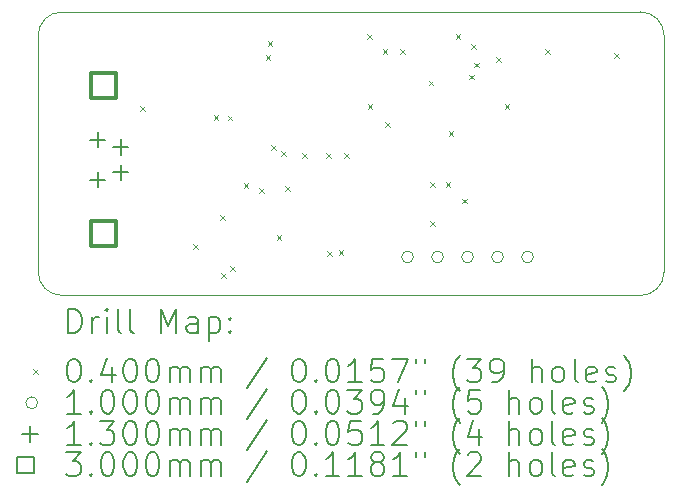
<source format=gbr>
%TF.GenerationSoftware,KiCad,Pcbnew,8.0.8*%
%TF.CreationDate,2025-02-03T14:11:04+01:00*%
%TF.ProjectId,ASS,4153532e-6b69-4636-9164-5f7063625858,rev?*%
%TF.SameCoordinates,PX5f5e100PY4c4b400*%
%TF.FileFunction,Drillmap*%
%TF.FilePolarity,Positive*%
%FSLAX45Y45*%
G04 Gerber Fmt 4.5, Leading zero omitted, Abs format (unit mm)*
G04 Created by KiCad (PCBNEW 8.0.8) date 2025-02-03 14:11:04*
%MOMM*%
%LPD*%
G01*
G04 APERTURE LIST*
%ADD10C,0.100000*%
%ADD11C,0.200000*%
%ADD12C,0.130000*%
%ADD13C,0.300000*%
G04 APERTURE END LIST*
D10*
X200000Y0D02*
G75*
G02*
X0Y200000I0J200000D01*
G01*
X5300000Y200000D02*
X5300000Y2200000D01*
X0Y2200000D02*
G75*
G02*
X200000Y2400000I200000J0D01*
G01*
X200000Y0D02*
X5100000Y0D01*
X0Y2200000D02*
X0Y200000D01*
X5300000Y200000D02*
G75*
G02*
X5100000Y0I-200000J0D01*
G01*
X5100000Y2400000D02*
G75*
G02*
X5300000Y2200000I0J-200000D01*
G01*
X5100000Y2400000D02*
X200000Y2400000D01*
D11*
D10*
X863000Y1605000D02*
X903000Y1565000D01*
X903000Y1605000D02*
X863000Y1565000D01*
X1310000Y435000D02*
X1350000Y395000D01*
X1350000Y435000D02*
X1310000Y395000D01*
X1485000Y1524000D02*
X1525000Y1484000D01*
X1525000Y1524000D02*
X1485000Y1484000D01*
X1540000Y682000D02*
X1580000Y642000D01*
X1580000Y682000D02*
X1540000Y642000D01*
X1547000Y188000D02*
X1587000Y148000D01*
X1587000Y188000D02*
X1547000Y148000D01*
X1605000Y1523000D02*
X1645000Y1483000D01*
X1645000Y1523000D02*
X1605000Y1483000D01*
X1624000Y245000D02*
X1664000Y205000D01*
X1664000Y245000D02*
X1624000Y205000D01*
X1740000Y950000D02*
X1780000Y910000D01*
X1780000Y950000D02*
X1740000Y910000D01*
X1868235Y907235D02*
X1908235Y867235D01*
X1908235Y907235D02*
X1868235Y867235D01*
X1927000Y2033000D02*
X1967000Y1993000D01*
X1967000Y2033000D02*
X1927000Y1993000D01*
X1943000Y2154000D02*
X1983000Y2114000D01*
X1983000Y2154000D02*
X1943000Y2114000D01*
X1970000Y1270000D02*
X2010000Y1230000D01*
X2010000Y1270000D02*
X1970000Y1230000D01*
X2020000Y510000D02*
X2060000Y470000D01*
X2060000Y510000D02*
X2020000Y470000D01*
X2060000Y1220000D02*
X2100000Y1180000D01*
X2100000Y1220000D02*
X2060000Y1180000D01*
X2090625Y924000D02*
X2130625Y884000D01*
X2130625Y924000D02*
X2090625Y884000D01*
X2235000Y1206000D02*
X2275000Y1166000D01*
X2275000Y1206000D02*
X2235000Y1166000D01*
X2436750Y1207000D02*
X2476750Y1167000D01*
X2476750Y1207000D02*
X2436750Y1167000D01*
X2444000Y373000D02*
X2484000Y333000D01*
X2484000Y373000D02*
X2444000Y333000D01*
X2544110Y383890D02*
X2584110Y343890D01*
X2584110Y383890D02*
X2544110Y343890D01*
X2589000Y1205000D02*
X2629000Y1165000D01*
X2629000Y1205000D02*
X2589000Y1165000D01*
X2784000Y2213000D02*
X2824000Y2173000D01*
X2824000Y2213000D02*
X2784000Y2173000D01*
X2790000Y1620000D02*
X2830000Y1580000D01*
X2830000Y1620000D02*
X2790000Y1580000D01*
X2917000Y2087000D02*
X2957000Y2047000D01*
X2957000Y2087000D02*
X2917000Y2047000D01*
X2940000Y1470000D02*
X2980000Y1430000D01*
X2980000Y1470000D02*
X2940000Y1430000D01*
X3067000Y2084000D02*
X3107000Y2044000D01*
X3107000Y2084000D02*
X3067000Y2044000D01*
X3305640Y1817640D02*
X3345640Y1777640D01*
X3345640Y1817640D02*
X3305640Y1777640D01*
X3319250Y629470D02*
X3359250Y589470D01*
X3359250Y629470D02*
X3319250Y589470D01*
X3321000Y961000D02*
X3361000Y921000D01*
X3361000Y961000D02*
X3321000Y921000D01*
X3450000Y960000D02*
X3490000Y920000D01*
X3490000Y960000D02*
X3450000Y920000D01*
X3475826Y1389434D02*
X3515826Y1349434D01*
X3515826Y1389434D02*
X3475826Y1349434D01*
X3534000Y2214000D02*
X3574000Y2174000D01*
X3574000Y2214000D02*
X3534000Y2174000D01*
X3590000Y820000D02*
X3630000Y780000D01*
X3630000Y820000D02*
X3590000Y780000D01*
X3648750Y1868750D02*
X3688750Y1828750D01*
X3688750Y1868750D02*
X3648750Y1828750D01*
X3664750Y2126000D02*
X3704750Y2086000D01*
X3704750Y2126000D02*
X3664750Y2086000D01*
X3690000Y1970000D02*
X3730000Y1930000D01*
X3730000Y1970000D02*
X3690000Y1930000D01*
X3877000Y2019000D02*
X3917000Y1979000D01*
X3917000Y2019000D02*
X3877000Y1979000D01*
X3950000Y1620000D02*
X3990000Y1580000D01*
X3990000Y1620000D02*
X3950000Y1580000D01*
X4291000Y2084750D02*
X4331000Y2044750D01*
X4331000Y2084750D02*
X4291000Y2044750D01*
X4877000Y2052000D02*
X4917000Y2012000D01*
X4917000Y2052000D02*
X4877000Y2012000D01*
X3177750Y326000D02*
G75*
G02*
X3077750Y326000I-50000J0D01*
G01*
X3077750Y326000D02*
G75*
G02*
X3177750Y326000I50000J0D01*
G01*
X3431750Y326000D02*
G75*
G02*
X3331750Y326000I-50000J0D01*
G01*
X3331750Y326000D02*
G75*
G02*
X3431750Y326000I50000J0D01*
G01*
X3685750Y326000D02*
G75*
G02*
X3585750Y326000I-50000J0D01*
G01*
X3585750Y326000D02*
G75*
G02*
X3685750Y326000I50000J0D01*
G01*
X3939750Y326000D02*
G75*
G02*
X3839750Y326000I-50000J0D01*
G01*
X3839750Y326000D02*
G75*
G02*
X3939750Y326000I50000J0D01*
G01*
X4193750Y326000D02*
G75*
G02*
X4093750Y326000I-50000J0D01*
G01*
X4093750Y326000D02*
G75*
G02*
X4193750Y326000I50000J0D01*
G01*
D12*
X504000Y1384000D02*
X504000Y1254000D01*
X439000Y1319000D02*
X569000Y1319000D01*
X504000Y1044000D02*
X504000Y914000D01*
X439000Y979000D02*
X569000Y979000D01*
X699000Y1321500D02*
X699000Y1191500D01*
X634000Y1256500D02*
X764000Y1256500D01*
X699000Y1106500D02*
X699000Y976500D01*
X634000Y1041500D02*
X764000Y1041500D01*
D13*
X660067Y1667933D02*
X660067Y1880067D01*
X447933Y1880067D01*
X447933Y1667933D01*
X660067Y1667933D01*
X660067Y417933D02*
X660067Y630067D01*
X447933Y630067D01*
X447933Y417933D01*
X660067Y417933D01*
D11*
X255777Y-316484D02*
X255777Y-116484D01*
X255777Y-116484D02*
X303396Y-116484D01*
X303396Y-116484D02*
X331967Y-126008D01*
X331967Y-126008D02*
X351015Y-145055D01*
X351015Y-145055D02*
X360539Y-164103D01*
X360539Y-164103D02*
X370062Y-202198D01*
X370062Y-202198D02*
X370062Y-230769D01*
X370062Y-230769D02*
X360539Y-268865D01*
X360539Y-268865D02*
X351015Y-287912D01*
X351015Y-287912D02*
X331967Y-306960D01*
X331967Y-306960D02*
X303396Y-316484D01*
X303396Y-316484D02*
X255777Y-316484D01*
X455777Y-316484D02*
X455777Y-183150D01*
X455777Y-221246D02*
X465301Y-202198D01*
X465301Y-202198D02*
X474824Y-192674D01*
X474824Y-192674D02*
X493872Y-183150D01*
X493872Y-183150D02*
X512920Y-183150D01*
X579586Y-316484D02*
X579586Y-183150D01*
X579586Y-116484D02*
X570063Y-126008D01*
X570063Y-126008D02*
X579586Y-135531D01*
X579586Y-135531D02*
X589110Y-126008D01*
X589110Y-126008D02*
X579586Y-116484D01*
X579586Y-116484D02*
X579586Y-135531D01*
X703396Y-316484D02*
X684348Y-306960D01*
X684348Y-306960D02*
X674824Y-287912D01*
X674824Y-287912D02*
X674824Y-116484D01*
X808158Y-316484D02*
X789110Y-306960D01*
X789110Y-306960D02*
X779586Y-287912D01*
X779586Y-287912D02*
X779586Y-116484D01*
X1036729Y-316484D02*
X1036729Y-116484D01*
X1036729Y-116484D02*
X1103396Y-259341D01*
X1103396Y-259341D02*
X1170063Y-116484D01*
X1170063Y-116484D02*
X1170063Y-316484D01*
X1351015Y-316484D02*
X1351015Y-211722D01*
X1351015Y-211722D02*
X1341491Y-192674D01*
X1341491Y-192674D02*
X1322444Y-183150D01*
X1322444Y-183150D02*
X1284348Y-183150D01*
X1284348Y-183150D02*
X1265301Y-192674D01*
X1351015Y-306960D02*
X1331967Y-316484D01*
X1331967Y-316484D02*
X1284348Y-316484D01*
X1284348Y-316484D02*
X1265301Y-306960D01*
X1265301Y-306960D02*
X1255777Y-287912D01*
X1255777Y-287912D02*
X1255777Y-268865D01*
X1255777Y-268865D02*
X1265301Y-249817D01*
X1265301Y-249817D02*
X1284348Y-240293D01*
X1284348Y-240293D02*
X1331967Y-240293D01*
X1331967Y-240293D02*
X1351015Y-230769D01*
X1446253Y-183150D02*
X1446253Y-383150D01*
X1446253Y-192674D02*
X1465301Y-183150D01*
X1465301Y-183150D02*
X1503396Y-183150D01*
X1503396Y-183150D02*
X1522443Y-192674D01*
X1522443Y-192674D02*
X1531967Y-202198D01*
X1531967Y-202198D02*
X1541491Y-221246D01*
X1541491Y-221246D02*
X1541491Y-278389D01*
X1541491Y-278389D02*
X1531967Y-297436D01*
X1531967Y-297436D02*
X1522443Y-306960D01*
X1522443Y-306960D02*
X1503396Y-316484D01*
X1503396Y-316484D02*
X1465301Y-316484D01*
X1465301Y-316484D02*
X1446253Y-306960D01*
X1627205Y-297436D02*
X1636729Y-306960D01*
X1636729Y-306960D02*
X1627205Y-316484D01*
X1627205Y-316484D02*
X1617682Y-306960D01*
X1617682Y-306960D02*
X1627205Y-297436D01*
X1627205Y-297436D02*
X1627205Y-316484D01*
X1627205Y-192674D02*
X1636729Y-202198D01*
X1636729Y-202198D02*
X1627205Y-211722D01*
X1627205Y-211722D02*
X1617682Y-202198D01*
X1617682Y-202198D02*
X1627205Y-192674D01*
X1627205Y-192674D02*
X1627205Y-211722D01*
D10*
X-45000Y-625000D02*
X-5000Y-665000D01*
X-5000Y-625000D02*
X-45000Y-665000D01*
D11*
X293872Y-536484D02*
X312920Y-536484D01*
X312920Y-536484D02*
X331967Y-546008D01*
X331967Y-546008D02*
X341491Y-555531D01*
X341491Y-555531D02*
X351015Y-574579D01*
X351015Y-574579D02*
X360539Y-612674D01*
X360539Y-612674D02*
X360539Y-660293D01*
X360539Y-660293D02*
X351015Y-698389D01*
X351015Y-698389D02*
X341491Y-717436D01*
X341491Y-717436D02*
X331967Y-726960D01*
X331967Y-726960D02*
X312920Y-736484D01*
X312920Y-736484D02*
X293872Y-736484D01*
X293872Y-736484D02*
X274824Y-726960D01*
X274824Y-726960D02*
X265301Y-717436D01*
X265301Y-717436D02*
X255777Y-698389D01*
X255777Y-698389D02*
X246253Y-660293D01*
X246253Y-660293D02*
X246253Y-612674D01*
X246253Y-612674D02*
X255777Y-574579D01*
X255777Y-574579D02*
X265301Y-555531D01*
X265301Y-555531D02*
X274824Y-546008D01*
X274824Y-546008D02*
X293872Y-536484D01*
X446253Y-717436D02*
X455777Y-726960D01*
X455777Y-726960D02*
X446253Y-736484D01*
X446253Y-736484D02*
X436729Y-726960D01*
X436729Y-726960D02*
X446253Y-717436D01*
X446253Y-717436D02*
X446253Y-736484D01*
X627205Y-603150D02*
X627205Y-736484D01*
X579586Y-526960D02*
X531967Y-669817D01*
X531967Y-669817D02*
X655777Y-669817D01*
X770062Y-536484D02*
X789110Y-536484D01*
X789110Y-536484D02*
X808158Y-546008D01*
X808158Y-546008D02*
X817682Y-555531D01*
X817682Y-555531D02*
X827205Y-574579D01*
X827205Y-574579D02*
X836729Y-612674D01*
X836729Y-612674D02*
X836729Y-660293D01*
X836729Y-660293D02*
X827205Y-698389D01*
X827205Y-698389D02*
X817682Y-717436D01*
X817682Y-717436D02*
X808158Y-726960D01*
X808158Y-726960D02*
X789110Y-736484D01*
X789110Y-736484D02*
X770062Y-736484D01*
X770062Y-736484D02*
X751015Y-726960D01*
X751015Y-726960D02*
X741491Y-717436D01*
X741491Y-717436D02*
X731967Y-698389D01*
X731967Y-698389D02*
X722443Y-660293D01*
X722443Y-660293D02*
X722443Y-612674D01*
X722443Y-612674D02*
X731967Y-574579D01*
X731967Y-574579D02*
X741491Y-555531D01*
X741491Y-555531D02*
X751015Y-546008D01*
X751015Y-546008D02*
X770062Y-536484D01*
X960539Y-536484D02*
X979586Y-536484D01*
X979586Y-536484D02*
X998634Y-546008D01*
X998634Y-546008D02*
X1008158Y-555531D01*
X1008158Y-555531D02*
X1017682Y-574579D01*
X1017682Y-574579D02*
X1027205Y-612674D01*
X1027205Y-612674D02*
X1027205Y-660293D01*
X1027205Y-660293D02*
X1017682Y-698389D01*
X1017682Y-698389D02*
X1008158Y-717436D01*
X1008158Y-717436D02*
X998634Y-726960D01*
X998634Y-726960D02*
X979586Y-736484D01*
X979586Y-736484D02*
X960539Y-736484D01*
X960539Y-736484D02*
X941491Y-726960D01*
X941491Y-726960D02*
X931967Y-717436D01*
X931967Y-717436D02*
X922443Y-698389D01*
X922443Y-698389D02*
X912920Y-660293D01*
X912920Y-660293D02*
X912920Y-612674D01*
X912920Y-612674D02*
X922443Y-574579D01*
X922443Y-574579D02*
X931967Y-555531D01*
X931967Y-555531D02*
X941491Y-546008D01*
X941491Y-546008D02*
X960539Y-536484D01*
X1112920Y-736484D02*
X1112920Y-603150D01*
X1112920Y-622198D02*
X1122444Y-612674D01*
X1122444Y-612674D02*
X1141491Y-603150D01*
X1141491Y-603150D02*
X1170063Y-603150D01*
X1170063Y-603150D02*
X1189110Y-612674D01*
X1189110Y-612674D02*
X1198634Y-631722D01*
X1198634Y-631722D02*
X1198634Y-736484D01*
X1198634Y-631722D02*
X1208158Y-612674D01*
X1208158Y-612674D02*
X1227205Y-603150D01*
X1227205Y-603150D02*
X1255777Y-603150D01*
X1255777Y-603150D02*
X1274825Y-612674D01*
X1274825Y-612674D02*
X1284348Y-631722D01*
X1284348Y-631722D02*
X1284348Y-736484D01*
X1379586Y-736484D02*
X1379586Y-603150D01*
X1379586Y-622198D02*
X1389110Y-612674D01*
X1389110Y-612674D02*
X1408158Y-603150D01*
X1408158Y-603150D02*
X1436729Y-603150D01*
X1436729Y-603150D02*
X1455777Y-612674D01*
X1455777Y-612674D02*
X1465301Y-631722D01*
X1465301Y-631722D02*
X1465301Y-736484D01*
X1465301Y-631722D02*
X1474824Y-612674D01*
X1474824Y-612674D02*
X1493872Y-603150D01*
X1493872Y-603150D02*
X1522443Y-603150D01*
X1522443Y-603150D02*
X1541491Y-612674D01*
X1541491Y-612674D02*
X1551015Y-631722D01*
X1551015Y-631722D02*
X1551015Y-736484D01*
X1941491Y-526960D02*
X1770063Y-784103D01*
X2198634Y-536484D02*
X2217682Y-536484D01*
X2217682Y-536484D02*
X2236729Y-546008D01*
X2236729Y-546008D02*
X2246253Y-555531D01*
X2246253Y-555531D02*
X2255777Y-574579D01*
X2255777Y-574579D02*
X2265301Y-612674D01*
X2265301Y-612674D02*
X2265301Y-660293D01*
X2265301Y-660293D02*
X2255777Y-698389D01*
X2255777Y-698389D02*
X2246253Y-717436D01*
X2246253Y-717436D02*
X2236729Y-726960D01*
X2236729Y-726960D02*
X2217682Y-736484D01*
X2217682Y-736484D02*
X2198634Y-736484D01*
X2198634Y-736484D02*
X2179587Y-726960D01*
X2179587Y-726960D02*
X2170063Y-717436D01*
X2170063Y-717436D02*
X2160539Y-698389D01*
X2160539Y-698389D02*
X2151015Y-660293D01*
X2151015Y-660293D02*
X2151015Y-612674D01*
X2151015Y-612674D02*
X2160539Y-574579D01*
X2160539Y-574579D02*
X2170063Y-555531D01*
X2170063Y-555531D02*
X2179587Y-546008D01*
X2179587Y-546008D02*
X2198634Y-536484D01*
X2351015Y-717436D02*
X2360539Y-726960D01*
X2360539Y-726960D02*
X2351015Y-736484D01*
X2351015Y-736484D02*
X2341491Y-726960D01*
X2341491Y-726960D02*
X2351015Y-717436D01*
X2351015Y-717436D02*
X2351015Y-736484D01*
X2484348Y-536484D02*
X2503396Y-536484D01*
X2503396Y-536484D02*
X2522444Y-546008D01*
X2522444Y-546008D02*
X2531968Y-555531D01*
X2531968Y-555531D02*
X2541491Y-574579D01*
X2541491Y-574579D02*
X2551015Y-612674D01*
X2551015Y-612674D02*
X2551015Y-660293D01*
X2551015Y-660293D02*
X2541491Y-698389D01*
X2541491Y-698389D02*
X2531968Y-717436D01*
X2531968Y-717436D02*
X2522444Y-726960D01*
X2522444Y-726960D02*
X2503396Y-736484D01*
X2503396Y-736484D02*
X2484348Y-736484D01*
X2484348Y-736484D02*
X2465301Y-726960D01*
X2465301Y-726960D02*
X2455777Y-717436D01*
X2455777Y-717436D02*
X2446253Y-698389D01*
X2446253Y-698389D02*
X2436729Y-660293D01*
X2436729Y-660293D02*
X2436729Y-612674D01*
X2436729Y-612674D02*
X2446253Y-574579D01*
X2446253Y-574579D02*
X2455777Y-555531D01*
X2455777Y-555531D02*
X2465301Y-546008D01*
X2465301Y-546008D02*
X2484348Y-536484D01*
X2741491Y-736484D02*
X2627206Y-736484D01*
X2684348Y-736484D02*
X2684348Y-536484D01*
X2684348Y-536484D02*
X2665301Y-565055D01*
X2665301Y-565055D02*
X2646253Y-584103D01*
X2646253Y-584103D02*
X2627206Y-593627D01*
X2922444Y-536484D02*
X2827206Y-536484D01*
X2827206Y-536484D02*
X2817682Y-631722D01*
X2817682Y-631722D02*
X2827206Y-622198D01*
X2827206Y-622198D02*
X2846253Y-612674D01*
X2846253Y-612674D02*
X2893872Y-612674D01*
X2893872Y-612674D02*
X2912920Y-622198D01*
X2912920Y-622198D02*
X2922444Y-631722D01*
X2922444Y-631722D02*
X2931967Y-650770D01*
X2931967Y-650770D02*
X2931967Y-698389D01*
X2931967Y-698389D02*
X2922444Y-717436D01*
X2922444Y-717436D02*
X2912920Y-726960D01*
X2912920Y-726960D02*
X2893872Y-736484D01*
X2893872Y-736484D02*
X2846253Y-736484D01*
X2846253Y-736484D02*
X2827206Y-726960D01*
X2827206Y-726960D02*
X2817682Y-717436D01*
X2998634Y-536484D02*
X3131967Y-536484D01*
X3131967Y-536484D02*
X3046253Y-736484D01*
X3198634Y-536484D02*
X3198634Y-574579D01*
X3274825Y-536484D02*
X3274825Y-574579D01*
X3570063Y-812674D02*
X3560539Y-803150D01*
X3560539Y-803150D02*
X3541491Y-774579D01*
X3541491Y-774579D02*
X3531968Y-755531D01*
X3531968Y-755531D02*
X3522444Y-726960D01*
X3522444Y-726960D02*
X3512920Y-679341D01*
X3512920Y-679341D02*
X3512920Y-641246D01*
X3512920Y-641246D02*
X3522444Y-593627D01*
X3522444Y-593627D02*
X3531968Y-565055D01*
X3531968Y-565055D02*
X3541491Y-546008D01*
X3541491Y-546008D02*
X3560539Y-517436D01*
X3560539Y-517436D02*
X3570063Y-507912D01*
X3627206Y-536484D02*
X3751015Y-536484D01*
X3751015Y-536484D02*
X3684348Y-612674D01*
X3684348Y-612674D02*
X3712920Y-612674D01*
X3712920Y-612674D02*
X3731968Y-622198D01*
X3731968Y-622198D02*
X3741491Y-631722D01*
X3741491Y-631722D02*
X3751015Y-650770D01*
X3751015Y-650770D02*
X3751015Y-698389D01*
X3751015Y-698389D02*
X3741491Y-717436D01*
X3741491Y-717436D02*
X3731968Y-726960D01*
X3731968Y-726960D02*
X3712920Y-736484D01*
X3712920Y-736484D02*
X3655777Y-736484D01*
X3655777Y-736484D02*
X3636729Y-726960D01*
X3636729Y-726960D02*
X3627206Y-717436D01*
X3846253Y-736484D02*
X3884348Y-736484D01*
X3884348Y-736484D02*
X3903396Y-726960D01*
X3903396Y-726960D02*
X3912920Y-717436D01*
X3912920Y-717436D02*
X3931968Y-688865D01*
X3931968Y-688865D02*
X3941491Y-650770D01*
X3941491Y-650770D02*
X3941491Y-574579D01*
X3941491Y-574579D02*
X3931968Y-555531D01*
X3931968Y-555531D02*
X3922444Y-546008D01*
X3922444Y-546008D02*
X3903396Y-536484D01*
X3903396Y-536484D02*
X3865301Y-536484D01*
X3865301Y-536484D02*
X3846253Y-546008D01*
X3846253Y-546008D02*
X3836729Y-555531D01*
X3836729Y-555531D02*
X3827206Y-574579D01*
X3827206Y-574579D02*
X3827206Y-622198D01*
X3827206Y-622198D02*
X3836729Y-641246D01*
X3836729Y-641246D02*
X3846253Y-650770D01*
X3846253Y-650770D02*
X3865301Y-660293D01*
X3865301Y-660293D02*
X3903396Y-660293D01*
X3903396Y-660293D02*
X3922444Y-650770D01*
X3922444Y-650770D02*
X3931968Y-641246D01*
X3931968Y-641246D02*
X3941491Y-622198D01*
X4179587Y-736484D02*
X4179587Y-536484D01*
X4265301Y-736484D02*
X4265301Y-631722D01*
X4265301Y-631722D02*
X4255777Y-612674D01*
X4255777Y-612674D02*
X4236730Y-603150D01*
X4236730Y-603150D02*
X4208158Y-603150D01*
X4208158Y-603150D02*
X4189110Y-612674D01*
X4189110Y-612674D02*
X4179587Y-622198D01*
X4389111Y-736484D02*
X4370063Y-726960D01*
X4370063Y-726960D02*
X4360539Y-717436D01*
X4360539Y-717436D02*
X4351015Y-698389D01*
X4351015Y-698389D02*
X4351015Y-641246D01*
X4351015Y-641246D02*
X4360539Y-622198D01*
X4360539Y-622198D02*
X4370063Y-612674D01*
X4370063Y-612674D02*
X4389111Y-603150D01*
X4389111Y-603150D02*
X4417682Y-603150D01*
X4417682Y-603150D02*
X4436730Y-612674D01*
X4436730Y-612674D02*
X4446253Y-622198D01*
X4446253Y-622198D02*
X4455777Y-641246D01*
X4455777Y-641246D02*
X4455777Y-698389D01*
X4455777Y-698389D02*
X4446253Y-717436D01*
X4446253Y-717436D02*
X4436730Y-726960D01*
X4436730Y-726960D02*
X4417682Y-736484D01*
X4417682Y-736484D02*
X4389111Y-736484D01*
X4570063Y-736484D02*
X4551015Y-726960D01*
X4551015Y-726960D02*
X4541492Y-707912D01*
X4541492Y-707912D02*
X4541492Y-536484D01*
X4722444Y-726960D02*
X4703396Y-736484D01*
X4703396Y-736484D02*
X4665301Y-736484D01*
X4665301Y-736484D02*
X4646253Y-726960D01*
X4646253Y-726960D02*
X4636730Y-707912D01*
X4636730Y-707912D02*
X4636730Y-631722D01*
X4636730Y-631722D02*
X4646253Y-612674D01*
X4646253Y-612674D02*
X4665301Y-603150D01*
X4665301Y-603150D02*
X4703396Y-603150D01*
X4703396Y-603150D02*
X4722444Y-612674D01*
X4722444Y-612674D02*
X4731968Y-631722D01*
X4731968Y-631722D02*
X4731968Y-650770D01*
X4731968Y-650770D02*
X4636730Y-669817D01*
X4808158Y-726960D02*
X4827206Y-736484D01*
X4827206Y-736484D02*
X4865301Y-736484D01*
X4865301Y-736484D02*
X4884349Y-726960D01*
X4884349Y-726960D02*
X4893873Y-707912D01*
X4893873Y-707912D02*
X4893873Y-698389D01*
X4893873Y-698389D02*
X4884349Y-679341D01*
X4884349Y-679341D02*
X4865301Y-669817D01*
X4865301Y-669817D02*
X4836730Y-669817D01*
X4836730Y-669817D02*
X4817682Y-660293D01*
X4817682Y-660293D02*
X4808158Y-641246D01*
X4808158Y-641246D02*
X4808158Y-631722D01*
X4808158Y-631722D02*
X4817682Y-612674D01*
X4817682Y-612674D02*
X4836730Y-603150D01*
X4836730Y-603150D02*
X4865301Y-603150D01*
X4865301Y-603150D02*
X4884349Y-612674D01*
X4960539Y-812674D02*
X4970063Y-803150D01*
X4970063Y-803150D02*
X4989111Y-774579D01*
X4989111Y-774579D02*
X4998634Y-755531D01*
X4998634Y-755531D02*
X5008158Y-726960D01*
X5008158Y-726960D02*
X5017682Y-679341D01*
X5017682Y-679341D02*
X5017682Y-641246D01*
X5017682Y-641246D02*
X5008158Y-593627D01*
X5008158Y-593627D02*
X4998634Y-565055D01*
X4998634Y-565055D02*
X4989111Y-546008D01*
X4989111Y-546008D02*
X4970063Y-517436D01*
X4970063Y-517436D02*
X4960539Y-507912D01*
D10*
X-5000Y-909000D02*
G75*
G02*
X-105000Y-909000I-50000J0D01*
G01*
X-105000Y-909000D02*
G75*
G02*
X-5000Y-909000I50000J0D01*
G01*
D11*
X360539Y-1000484D02*
X246253Y-1000484D01*
X303396Y-1000484D02*
X303396Y-800484D01*
X303396Y-800484D02*
X284348Y-829055D01*
X284348Y-829055D02*
X265301Y-848103D01*
X265301Y-848103D02*
X246253Y-857627D01*
X446253Y-981436D02*
X455777Y-990960D01*
X455777Y-990960D02*
X446253Y-1000484D01*
X446253Y-1000484D02*
X436729Y-990960D01*
X436729Y-990960D02*
X446253Y-981436D01*
X446253Y-981436D02*
X446253Y-1000484D01*
X579586Y-800484D02*
X598634Y-800484D01*
X598634Y-800484D02*
X617682Y-810008D01*
X617682Y-810008D02*
X627205Y-819531D01*
X627205Y-819531D02*
X636729Y-838579D01*
X636729Y-838579D02*
X646253Y-876674D01*
X646253Y-876674D02*
X646253Y-924293D01*
X646253Y-924293D02*
X636729Y-962388D01*
X636729Y-962388D02*
X627205Y-981436D01*
X627205Y-981436D02*
X617682Y-990960D01*
X617682Y-990960D02*
X598634Y-1000484D01*
X598634Y-1000484D02*
X579586Y-1000484D01*
X579586Y-1000484D02*
X560539Y-990960D01*
X560539Y-990960D02*
X551015Y-981436D01*
X551015Y-981436D02*
X541491Y-962388D01*
X541491Y-962388D02*
X531967Y-924293D01*
X531967Y-924293D02*
X531967Y-876674D01*
X531967Y-876674D02*
X541491Y-838579D01*
X541491Y-838579D02*
X551015Y-819531D01*
X551015Y-819531D02*
X560539Y-810008D01*
X560539Y-810008D02*
X579586Y-800484D01*
X770062Y-800484D02*
X789110Y-800484D01*
X789110Y-800484D02*
X808158Y-810008D01*
X808158Y-810008D02*
X817682Y-819531D01*
X817682Y-819531D02*
X827205Y-838579D01*
X827205Y-838579D02*
X836729Y-876674D01*
X836729Y-876674D02*
X836729Y-924293D01*
X836729Y-924293D02*
X827205Y-962388D01*
X827205Y-962388D02*
X817682Y-981436D01*
X817682Y-981436D02*
X808158Y-990960D01*
X808158Y-990960D02*
X789110Y-1000484D01*
X789110Y-1000484D02*
X770062Y-1000484D01*
X770062Y-1000484D02*
X751015Y-990960D01*
X751015Y-990960D02*
X741491Y-981436D01*
X741491Y-981436D02*
X731967Y-962388D01*
X731967Y-962388D02*
X722443Y-924293D01*
X722443Y-924293D02*
X722443Y-876674D01*
X722443Y-876674D02*
X731967Y-838579D01*
X731967Y-838579D02*
X741491Y-819531D01*
X741491Y-819531D02*
X751015Y-810008D01*
X751015Y-810008D02*
X770062Y-800484D01*
X960539Y-800484D02*
X979586Y-800484D01*
X979586Y-800484D02*
X998634Y-810008D01*
X998634Y-810008D02*
X1008158Y-819531D01*
X1008158Y-819531D02*
X1017682Y-838579D01*
X1017682Y-838579D02*
X1027205Y-876674D01*
X1027205Y-876674D02*
X1027205Y-924293D01*
X1027205Y-924293D02*
X1017682Y-962388D01*
X1017682Y-962388D02*
X1008158Y-981436D01*
X1008158Y-981436D02*
X998634Y-990960D01*
X998634Y-990960D02*
X979586Y-1000484D01*
X979586Y-1000484D02*
X960539Y-1000484D01*
X960539Y-1000484D02*
X941491Y-990960D01*
X941491Y-990960D02*
X931967Y-981436D01*
X931967Y-981436D02*
X922443Y-962388D01*
X922443Y-962388D02*
X912920Y-924293D01*
X912920Y-924293D02*
X912920Y-876674D01*
X912920Y-876674D02*
X922443Y-838579D01*
X922443Y-838579D02*
X931967Y-819531D01*
X931967Y-819531D02*
X941491Y-810008D01*
X941491Y-810008D02*
X960539Y-800484D01*
X1112920Y-1000484D02*
X1112920Y-867150D01*
X1112920Y-886198D02*
X1122444Y-876674D01*
X1122444Y-876674D02*
X1141491Y-867150D01*
X1141491Y-867150D02*
X1170063Y-867150D01*
X1170063Y-867150D02*
X1189110Y-876674D01*
X1189110Y-876674D02*
X1198634Y-895722D01*
X1198634Y-895722D02*
X1198634Y-1000484D01*
X1198634Y-895722D02*
X1208158Y-876674D01*
X1208158Y-876674D02*
X1227205Y-867150D01*
X1227205Y-867150D02*
X1255777Y-867150D01*
X1255777Y-867150D02*
X1274825Y-876674D01*
X1274825Y-876674D02*
X1284348Y-895722D01*
X1284348Y-895722D02*
X1284348Y-1000484D01*
X1379586Y-1000484D02*
X1379586Y-867150D01*
X1379586Y-886198D02*
X1389110Y-876674D01*
X1389110Y-876674D02*
X1408158Y-867150D01*
X1408158Y-867150D02*
X1436729Y-867150D01*
X1436729Y-867150D02*
X1455777Y-876674D01*
X1455777Y-876674D02*
X1465301Y-895722D01*
X1465301Y-895722D02*
X1465301Y-1000484D01*
X1465301Y-895722D02*
X1474824Y-876674D01*
X1474824Y-876674D02*
X1493872Y-867150D01*
X1493872Y-867150D02*
X1522443Y-867150D01*
X1522443Y-867150D02*
X1541491Y-876674D01*
X1541491Y-876674D02*
X1551015Y-895722D01*
X1551015Y-895722D02*
X1551015Y-1000484D01*
X1941491Y-790960D02*
X1770063Y-1048103D01*
X2198634Y-800484D02*
X2217682Y-800484D01*
X2217682Y-800484D02*
X2236729Y-810008D01*
X2236729Y-810008D02*
X2246253Y-819531D01*
X2246253Y-819531D02*
X2255777Y-838579D01*
X2255777Y-838579D02*
X2265301Y-876674D01*
X2265301Y-876674D02*
X2265301Y-924293D01*
X2265301Y-924293D02*
X2255777Y-962388D01*
X2255777Y-962388D02*
X2246253Y-981436D01*
X2246253Y-981436D02*
X2236729Y-990960D01*
X2236729Y-990960D02*
X2217682Y-1000484D01*
X2217682Y-1000484D02*
X2198634Y-1000484D01*
X2198634Y-1000484D02*
X2179587Y-990960D01*
X2179587Y-990960D02*
X2170063Y-981436D01*
X2170063Y-981436D02*
X2160539Y-962388D01*
X2160539Y-962388D02*
X2151015Y-924293D01*
X2151015Y-924293D02*
X2151015Y-876674D01*
X2151015Y-876674D02*
X2160539Y-838579D01*
X2160539Y-838579D02*
X2170063Y-819531D01*
X2170063Y-819531D02*
X2179587Y-810008D01*
X2179587Y-810008D02*
X2198634Y-800484D01*
X2351015Y-981436D02*
X2360539Y-990960D01*
X2360539Y-990960D02*
X2351015Y-1000484D01*
X2351015Y-1000484D02*
X2341491Y-990960D01*
X2341491Y-990960D02*
X2351015Y-981436D01*
X2351015Y-981436D02*
X2351015Y-1000484D01*
X2484348Y-800484D02*
X2503396Y-800484D01*
X2503396Y-800484D02*
X2522444Y-810008D01*
X2522444Y-810008D02*
X2531968Y-819531D01*
X2531968Y-819531D02*
X2541491Y-838579D01*
X2541491Y-838579D02*
X2551015Y-876674D01*
X2551015Y-876674D02*
X2551015Y-924293D01*
X2551015Y-924293D02*
X2541491Y-962388D01*
X2541491Y-962388D02*
X2531968Y-981436D01*
X2531968Y-981436D02*
X2522444Y-990960D01*
X2522444Y-990960D02*
X2503396Y-1000484D01*
X2503396Y-1000484D02*
X2484348Y-1000484D01*
X2484348Y-1000484D02*
X2465301Y-990960D01*
X2465301Y-990960D02*
X2455777Y-981436D01*
X2455777Y-981436D02*
X2446253Y-962388D01*
X2446253Y-962388D02*
X2436729Y-924293D01*
X2436729Y-924293D02*
X2436729Y-876674D01*
X2436729Y-876674D02*
X2446253Y-838579D01*
X2446253Y-838579D02*
X2455777Y-819531D01*
X2455777Y-819531D02*
X2465301Y-810008D01*
X2465301Y-810008D02*
X2484348Y-800484D01*
X2617682Y-800484D02*
X2741491Y-800484D01*
X2741491Y-800484D02*
X2674825Y-876674D01*
X2674825Y-876674D02*
X2703396Y-876674D01*
X2703396Y-876674D02*
X2722444Y-886198D01*
X2722444Y-886198D02*
X2731968Y-895722D01*
X2731968Y-895722D02*
X2741491Y-914769D01*
X2741491Y-914769D02*
X2741491Y-962388D01*
X2741491Y-962388D02*
X2731968Y-981436D01*
X2731968Y-981436D02*
X2722444Y-990960D01*
X2722444Y-990960D02*
X2703396Y-1000484D01*
X2703396Y-1000484D02*
X2646253Y-1000484D01*
X2646253Y-1000484D02*
X2627206Y-990960D01*
X2627206Y-990960D02*
X2617682Y-981436D01*
X2836729Y-1000484D02*
X2874825Y-1000484D01*
X2874825Y-1000484D02*
X2893872Y-990960D01*
X2893872Y-990960D02*
X2903396Y-981436D01*
X2903396Y-981436D02*
X2922444Y-952865D01*
X2922444Y-952865D02*
X2931967Y-914769D01*
X2931967Y-914769D02*
X2931967Y-838579D01*
X2931967Y-838579D02*
X2922444Y-819531D01*
X2922444Y-819531D02*
X2912920Y-810008D01*
X2912920Y-810008D02*
X2893872Y-800484D01*
X2893872Y-800484D02*
X2855777Y-800484D01*
X2855777Y-800484D02*
X2836729Y-810008D01*
X2836729Y-810008D02*
X2827206Y-819531D01*
X2827206Y-819531D02*
X2817682Y-838579D01*
X2817682Y-838579D02*
X2817682Y-886198D01*
X2817682Y-886198D02*
X2827206Y-905246D01*
X2827206Y-905246D02*
X2836729Y-914769D01*
X2836729Y-914769D02*
X2855777Y-924293D01*
X2855777Y-924293D02*
X2893872Y-924293D01*
X2893872Y-924293D02*
X2912920Y-914769D01*
X2912920Y-914769D02*
X2922444Y-905246D01*
X2922444Y-905246D02*
X2931967Y-886198D01*
X3103396Y-867150D02*
X3103396Y-1000484D01*
X3055777Y-790960D02*
X3008158Y-933817D01*
X3008158Y-933817D02*
X3131967Y-933817D01*
X3198634Y-800484D02*
X3198634Y-838579D01*
X3274825Y-800484D02*
X3274825Y-838579D01*
X3570063Y-1076674D02*
X3560539Y-1067150D01*
X3560539Y-1067150D02*
X3541491Y-1038579D01*
X3541491Y-1038579D02*
X3531968Y-1019531D01*
X3531968Y-1019531D02*
X3522444Y-990960D01*
X3522444Y-990960D02*
X3512920Y-943341D01*
X3512920Y-943341D02*
X3512920Y-905246D01*
X3512920Y-905246D02*
X3522444Y-857627D01*
X3522444Y-857627D02*
X3531968Y-829055D01*
X3531968Y-829055D02*
X3541491Y-810008D01*
X3541491Y-810008D02*
X3560539Y-781436D01*
X3560539Y-781436D02*
X3570063Y-771912D01*
X3741491Y-800484D02*
X3646253Y-800484D01*
X3646253Y-800484D02*
X3636729Y-895722D01*
X3636729Y-895722D02*
X3646253Y-886198D01*
X3646253Y-886198D02*
X3665301Y-876674D01*
X3665301Y-876674D02*
X3712920Y-876674D01*
X3712920Y-876674D02*
X3731968Y-886198D01*
X3731968Y-886198D02*
X3741491Y-895722D01*
X3741491Y-895722D02*
X3751015Y-914769D01*
X3751015Y-914769D02*
X3751015Y-962388D01*
X3751015Y-962388D02*
X3741491Y-981436D01*
X3741491Y-981436D02*
X3731968Y-990960D01*
X3731968Y-990960D02*
X3712920Y-1000484D01*
X3712920Y-1000484D02*
X3665301Y-1000484D01*
X3665301Y-1000484D02*
X3646253Y-990960D01*
X3646253Y-990960D02*
X3636729Y-981436D01*
X3989110Y-1000484D02*
X3989110Y-800484D01*
X4074825Y-1000484D02*
X4074825Y-895722D01*
X4074825Y-895722D02*
X4065301Y-876674D01*
X4065301Y-876674D02*
X4046253Y-867150D01*
X4046253Y-867150D02*
X4017682Y-867150D01*
X4017682Y-867150D02*
X3998634Y-876674D01*
X3998634Y-876674D02*
X3989110Y-886198D01*
X4198634Y-1000484D02*
X4179587Y-990960D01*
X4179587Y-990960D02*
X4170063Y-981436D01*
X4170063Y-981436D02*
X4160539Y-962388D01*
X4160539Y-962388D02*
X4160539Y-905246D01*
X4160539Y-905246D02*
X4170063Y-886198D01*
X4170063Y-886198D02*
X4179587Y-876674D01*
X4179587Y-876674D02*
X4198634Y-867150D01*
X4198634Y-867150D02*
X4227206Y-867150D01*
X4227206Y-867150D02*
X4246253Y-876674D01*
X4246253Y-876674D02*
X4255777Y-886198D01*
X4255777Y-886198D02*
X4265301Y-905246D01*
X4265301Y-905246D02*
X4265301Y-962388D01*
X4265301Y-962388D02*
X4255777Y-981436D01*
X4255777Y-981436D02*
X4246253Y-990960D01*
X4246253Y-990960D02*
X4227206Y-1000484D01*
X4227206Y-1000484D02*
X4198634Y-1000484D01*
X4379587Y-1000484D02*
X4360539Y-990960D01*
X4360539Y-990960D02*
X4351015Y-971912D01*
X4351015Y-971912D02*
X4351015Y-800484D01*
X4531968Y-990960D02*
X4512920Y-1000484D01*
X4512920Y-1000484D02*
X4474825Y-1000484D01*
X4474825Y-1000484D02*
X4455777Y-990960D01*
X4455777Y-990960D02*
X4446253Y-971912D01*
X4446253Y-971912D02*
X4446253Y-895722D01*
X4446253Y-895722D02*
X4455777Y-876674D01*
X4455777Y-876674D02*
X4474825Y-867150D01*
X4474825Y-867150D02*
X4512920Y-867150D01*
X4512920Y-867150D02*
X4531968Y-876674D01*
X4531968Y-876674D02*
X4541492Y-895722D01*
X4541492Y-895722D02*
X4541492Y-914769D01*
X4541492Y-914769D02*
X4446253Y-933817D01*
X4617682Y-990960D02*
X4636730Y-1000484D01*
X4636730Y-1000484D02*
X4674825Y-1000484D01*
X4674825Y-1000484D02*
X4693873Y-990960D01*
X4693873Y-990960D02*
X4703396Y-971912D01*
X4703396Y-971912D02*
X4703396Y-962388D01*
X4703396Y-962388D02*
X4693873Y-943341D01*
X4693873Y-943341D02*
X4674825Y-933817D01*
X4674825Y-933817D02*
X4646253Y-933817D01*
X4646253Y-933817D02*
X4627206Y-924293D01*
X4627206Y-924293D02*
X4617682Y-905246D01*
X4617682Y-905246D02*
X4617682Y-895722D01*
X4617682Y-895722D02*
X4627206Y-876674D01*
X4627206Y-876674D02*
X4646253Y-867150D01*
X4646253Y-867150D02*
X4674825Y-867150D01*
X4674825Y-867150D02*
X4693873Y-876674D01*
X4770063Y-1076674D02*
X4779587Y-1067150D01*
X4779587Y-1067150D02*
X4798634Y-1038579D01*
X4798634Y-1038579D02*
X4808158Y-1019531D01*
X4808158Y-1019531D02*
X4817682Y-990960D01*
X4817682Y-990960D02*
X4827206Y-943341D01*
X4827206Y-943341D02*
X4827206Y-905246D01*
X4827206Y-905246D02*
X4817682Y-857627D01*
X4817682Y-857627D02*
X4808158Y-829055D01*
X4808158Y-829055D02*
X4798634Y-810008D01*
X4798634Y-810008D02*
X4779587Y-781436D01*
X4779587Y-781436D02*
X4770063Y-771912D01*
D12*
X-70000Y-1108000D02*
X-70000Y-1238000D01*
X-135000Y-1173000D02*
X-5000Y-1173000D01*
D11*
X360539Y-1264484D02*
X246253Y-1264484D01*
X303396Y-1264484D02*
X303396Y-1064484D01*
X303396Y-1064484D02*
X284348Y-1093055D01*
X284348Y-1093055D02*
X265301Y-1112103D01*
X265301Y-1112103D02*
X246253Y-1121627D01*
X446253Y-1245436D02*
X455777Y-1254960D01*
X455777Y-1254960D02*
X446253Y-1264484D01*
X446253Y-1264484D02*
X436729Y-1254960D01*
X436729Y-1254960D02*
X446253Y-1245436D01*
X446253Y-1245436D02*
X446253Y-1264484D01*
X522443Y-1064484D02*
X646253Y-1064484D01*
X646253Y-1064484D02*
X579586Y-1140674D01*
X579586Y-1140674D02*
X608158Y-1140674D01*
X608158Y-1140674D02*
X627205Y-1150198D01*
X627205Y-1150198D02*
X636729Y-1159722D01*
X636729Y-1159722D02*
X646253Y-1178770D01*
X646253Y-1178770D02*
X646253Y-1226389D01*
X646253Y-1226389D02*
X636729Y-1245436D01*
X636729Y-1245436D02*
X627205Y-1254960D01*
X627205Y-1254960D02*
X608158Y-1264484D01*
X608158Y-1264484D02*
X551015Y-1264484D01*
X551015Y-1264484D02*
X531967Y-1254960D01*
X531967Y-1254960D02*
X522443Y-1245436D01*
X770062Y-1064484D02*
X789110Y-1064484D01*
X789110Y-1064484D02*
X808158Y-1074008D01*
X808158Y-1074008D02*
X817682Y-1083531D01*
X817682Y-1083531D02*
X827205Y-1102579D01*
X827205Y-1102579D02*
X836729Y-1140674D01*
X836729Y-1140674D02*
X836729Y-1188293D01*
X836729Y-1188293D02*
X827205Y-1226389D01*
X827205Y-1226389D02*
X817682Y-1245436D01*
X817682Y-1245436D02*
X808158Y-1254960D01*
X808158Y-1254960D02*
X789110Y-1264484D01*
X789110Y-1264484D02*
X770062Y-1264484D01*
X770062Y-1264484D02*
X751015Y-1254960D01*
X751015Y-1254960D02*
X741491Y-1245436D01*
X741491Y-1245436D02*
X731967Y-1226389D01*
X731967Y-1226389D02*
X722443Y-1188293D01*
X722443Y-1188293D02*
X722443Y-1140674D01*
X722443Y-1140674D02*
X731967Y-1102579D01*
X731967Y-1102579D02*
X741491Y-1083531D01*
X741491Y-1083531D02*
X751015Y-1074008D01*
X751015Y-1074008D02*
X770062Y-1064484D01*
X960539Y-1064484D02*
X979586Y-1064484D01*
X979586Y-1064484D02*
X998634Y-1074008D01*
X998634Y-1074008D02*
X1008158Y-1083531D01*
X1008158Y-1083531D02*
X1017682Y-1102579D01*
X1017682Y-1102579D02*
X1027205Y-1140674D01*
X1027205Y-1140674D02*
X1027205Y-1188293D01*
X1027205Y-1188293D02*
X1017682Y-1226389D01*
X1017682Y-1226389D02*
X1008158Y-1245436D01*
X1008158Y-1245436D02*
X998634Y-1254960D01*
X998634Y-1254960D02*
X979586Y-1264484D01*
X979586Y-1264484D02*
X960539Y-1264484D01*
X960539Y-1264484D02*
X941491Y-1254960D01*
X941491Y-1254960D02*
X931967Y-1245436D01*
X931967Y-1245436D02*
X922443Y-1226389D01*
X922443Y-1226389D02*
X912920Y-1188293D01*
X912920Y-1188293D02*
X912920Y-1140674D01*
X912920Y-1140674D02*
X922443Y-1102579D01*
X922443Y-1102579D02*
X931967Y-1083531D01*
X931967Y-1083531D02*
X941491Y-1074008D01*
X941491Y-1074008D02*
X960539Y-1064484D01*
X1112920Y-1264484D02*
X1112920Y-1131150D01*
X1112920Y-1150198D02*
X1122444Y-1140674D01*
X1122444Y-1140674D02*
X1141491Y-1131150D01*
X1141491Y-1131150D02*
X1170063Y-1131150D01*
X1170063Y-1131150D02*
X1189110Y-1140674D01*
X1189110Y-1140674D02*
X1198634Y-1159722D01*
X1198634Y-1159722D02*
X1198634Y-1264484D01*
X1198634Y-1159722D02*
X1208158Y-1140674D01*
X1208158Y-1140674D02*
X1227205Y-1131150D01*
X1227205Y-1131150D02*
X1255777Y-1131150D01*
X1255777Y-1131150D02*
X1274825Y-1140674D01*
X1274825Y-1140674D02*
X1284348Y-1159722D01*
X1284348Y-1159722D02*
X1284348Y-1264484D01*
X1379586Y-1264484D02*
X1379586Y-1131150D01*
X1379586Y-1150198D02*
X1389110Y-1140674D01*
X1389110Y-1140674D02*
X1408158Y-1131150D01*
X1408158Y-1131150D02*
X1436729Y-1131150D01*
X1436729Y-1131150D02*
X1455777Y-1140674D01*
X1455777Y-1140674D02*
X1465301Y-1159722D01*
X1465301Y-1159722D02*
X1465301Y-1264484D01*
X1465301Y-1159722D02*
X1474824Y-1140674D01*
X1474824Y-1140674D02*
X1493872Y-1131150D01*
X1493872Y-1131150D02*
X1522443Y-1131150D01*
X1522443Y-1131150D02*
X1541491Y-1140674D01*
X1541491Y-1140674D02*
X1551015Y-1159722D01*
X1551015Y-1159722D02*
X1551015Y-1264484D01*
X1941491Y-1054960D02*
X1770063Y-1312103D01*
X2198634Y-1064484D02*
X2217682Y-1064484D01*
X2217682Y-1064484D02*
X2236729Y-1074008D01*
X2236729Y-1074008D02*
X2246253Y-1083531D01*
X2246253Y-1083531D02*
X2255777Y-1102579D01*
X2255777Y-1102579D02*
X2265301Y-1140674D01*
X2265301Y-1140674D02*
X2265301Y-1188293D01*
X2265301Y-1188293D02*
X2255777Y-1226389D01*
X2255777Y-1226389D02*
X2246253Y-1245436D01*
X2246253Y-1245436D02*
X2236729Y-1254960D01*
X2236729Y-1254960D02*
X2217682Y-1264484D01*
X2217682Y-1264484D02*
X2198634Y-1264484D01*
X2198634Y-1264484D02*
X2179587Y-1254960D01*
X2179587Y-1254960D02*
X2170063Y-1245436D01*
X2170063Y-1245436D02*
X2160539Y-1226389D01*
X2160539Y-1226389D02*
X2151015Y-1188293D01*
X2151015Y-1188293D02*
X2151015Y-1140674D01*
X2151015Y-1140674D02*
X2160539Y-1102579D01*
X2160539Y-1102579D02*
X2170063Y-1083531D01*
X2170063Y-1083531D02*
X2179587Y-1074008D01*
X2179587Y-1074008D02*
X2198634Y-1064484D01*
X2351015Y-1245436D02*
X2360539Y-1254960D01*
X2360539Y-1254960D02*
X2351015Y-1264484D01*
X2351015Y-1264484D02*
X2341491Y-1254960D01*
X2341491Y-1254960D02*
X2351015Y-1245436D01*
X2351015Y-1245436D02*
X2351015Y-1264484D01*
X2484348Y-1064484D02*
X2503396Y-1064484D01*
X2503396Y-1064484D02*
X2522444Y-1074008D01*
X2522444Y-1074008D02*
X2531968Y-1083531D01*
X2531968Y-1083531D02*
X2541491Y-1102579D01*
X2541491Y-1102579D02*
X2551015Y-1140674D01*
X2551015Y-1140674D02*
X2551015Y-1188293D01*
X2551015Y-1188293D02*
X2541491Y-1226389D01*
X2541491Y-1226389D02*
X2531968Y-1245436D01*
X2531968Y-1245436D02*
X2522444Y-1254960D01*
X2522444Y-1254960D02*
X2503396Y-1264484D01*
X2503396Y-1264484D02*
X2484348Y-1264484D01*
X2484348Y-1264484D02*
X2465301Y-1254960D01*
X2465301Y-1254960D02*
X2455777Y-1245436D01*
X2455777Y-1245436D02*
X2446253Y-1226389D01*
X2446253Y-1226389D02*
X2436729Y-1188293D01*
X2436729Y-1188293D02*
X2436729Y-1140674D01*
X2436729Y-1140674D02*
X2446253Y-1102579D01*
X2446253Y-1102579D02*
X2455777Y-1083531D01*
X2455777Y-1083531D02*
X2465301Y-1074008D01*
X2465301Y-1074008D02*
X2484348Y-1064484D01*
X2731968Y-1064484D02*
X2636729Y-1064484D01*
X2636729Y-1064484D02*
X2627206Y-1159722D01*
X2627206Y-1159722D02*
X2636729Y-1150198D01*
X2636729Y-1150198D02*
X2655777Y-1140674D01*
X2655777Y-1140674D02*
X2703396Y-1140674D01*
X2703396Y-1140674D02*
X2722444Y-1150198D01*
X2722444Y-1150198D02*
X2731968Y-1159722D01*
X2731968Y-1159722D02*
X2741491Y-1178770D01*
X2741491Y-1178770D02*
X2741491Y-1226389D01*
X2741491Y-1226389D02*
X2731968Y-1245436D01*
X2731968Y-1245436D02*
X2722444Y-1254960D01*
X2722444Y-1254960D02*
X2703396Y-1264484D01*
X2703396Y-1264484D02*
X2655777Y-1264484D01*
X2655777Y-1264484D02*
X2636729Y-1254960D01*
X2636729Y-1254960D02*
X2627206Y-1245436D01*
X2931967Y-1264484D02*
X2817682Y-1264484D01*
X2874825Y-1264484D02*
X2874825Y-1064484D01*
X2874825Y-1064484D02*
X2855777Y-1093055D01*
X2855777Y-1093055D02*
X2836729Y-1112103D01*
X2836729Y-1112103D02*
X2817682Y-1121627D01*
X3008158Y-1083531D02*
X3017682Y-1074008D01*
X3017682Y-1074008D02*
X3036729Y-1064484D01*
X3036729Y-1064484D02*
X3084348Y-1064484D01*
X3084348Y-1064484D02*
X3103396Y-1074008D01*
X3103396Y-1074008D02*
X3112920Y-1083531D01*
X3112920Y-1083531D02*
X3122444Y-1102579D01*
X3122444Y-1102579D02*
X3122444Y-1121627D01*
X3122444Y-1121627D02*
X3112920Y-1150198D01*
X3112920Y-1150198D02*
X2998634Y-1264484D01*
X2998634Y-1264484D02*
X3122444Y-1264484D01*
X3198634Y-1064484D02*
X3198634Y-1102579D01*
X3274825Y-1064484D02*
X3274825Y-1102579D01*
X3570063Y-1340674D02*
X3560539Y-1331150D01*
X3560539Y-1331150D02*
X3541491Y-1302579D01*
X3541491Y-1302579D02*
X3531968Y-1283531D01*
X3531968Y-1283531D02*
X3522444Y-1254960D01*
X3522444Y-1254960D02*
X3512920Y-1207341D01*
X3512920Y-1207341D02*
X3512920Y-1169246D01*
X3512920Y-1169246D02*
X3522444Y-1121627D01*
X3522444Y-1121627D02*
X3531968Y-1093055D01*
X3531968Y-1093055D02*
X3541491Y-1074008D01*
X3541491Y-1074008D02*
X3560539Y-1045436D01*
X3560539Y-1045436D02*
X3570063Y-1035912D01*
X3731968Y-1131150D02*
X3731968Y-1264484D01*
X3684348Y-1054960D02*
X3636729Y-1197817D01*
X3636729Y-1197817D02*
X3760539Y-1197817D01*
X3989110Y-1264484D02*
X3989110Y-1064484D01*
X4074825Y-1264484D02*
X4074825Y-1159722D01*
X4074825Y-1159722D02*
X4065301Y-1140674D01*
X4065301Y-1140674D02*
X4046253Y-1131150D01*
X4046253Y-1131150D02*
X4017682Y-1131150D01*
X4017682Y-1131150D02*
X3998634Y-1140674D01*
X3998634Y-1140674D02*
X3989110Y-1150198D01*
X4198634Y-1264484D02*
X4179587Y-1254960D01*
X4179587Y-1254960D02*
X4170063Y-1245436D01*
X4170063Y-1245436D02*
X4160539Y-1226389D01*
X4160539Y-1226389D02*
X4160539Y-1169246D01*
X4160539Y-1169246D02*
X4170063Y-1150198D01*
X4170063Y-1150198D02*
X4179587Y-1140674D01*
X4179587Y-1140674D02*
X4198634Y-1131150D01*
X4198634Y-1131150D02*
X4227206Y-1131150D01*
X4227206Y-1131150D02*
X4246253Y-1140674D01*
X4246253Y-1140674D02*
X4255777Y-1150198D01*
X4255777Y-1150198D02*
X4265301Y-1169246D01*
X4265301Y-1169246D02*
X4265301Y-1226389D01*
X4265301Y-1226389D02*
X4255777Y-1245436D01*
X4255777Y-1245436D02*
X4246253Y-1254960D01*
X4246253Y-1254960D02*
X4227206Y-1264484D01*
X4227206Y-1264484D02*
X4198634Y-1264484D01*
X4379587Y-1264484D02*
X4360539Y-1254960D01*
X4360539Y-1254960D02*
X4351015Y-1235912D01*
X4351015Y-1235912D02*
X4351015Y-1064484D01*
X4531968Y-1254960D02*
X4512920Y-1264484D01*
X4512920Y-1264484D02*
X4474825Y-1264484D01*
X4474825Y-1264484D02*
X4455777Y-1254960D01*
X4455777Y-1254960D02*
X4446253Y-1235912D01*
X4446253Y-1235912D02*
X4446253Y-1159722D01*
X4446253Y-1159722D02*
X4455777Y-1140674D01*
X4455777Y-1140674D02*
X4474825Y-1131150D01*
X4474825Y-1131150D02*
X4512920Y-1131150D01*
X4512920Y-1131150D02*
X4531968Y-1140674D01*
X4531968Y-1140674D02*
X4541492Y-1159722D01*
X4541492Y-1159722D02*
X4541492Y-1178770D01*
X4541492Y-1178770D02*
X4446253Y-1197817D01*
X4617682Y-1254960D02*
X4636730Y-1264484D01*
X4636730Y-1264484D02*
X4674825Y-1264484D01*
X4674825Y-1264484D02*
X4693873Y-1254960D01*
X4693873Y-1254960D02*
X4703396Y-1235912D01*
X4703396Y-1235912D02*
X4703396Y-1226389D01*
X4703396Y-1226389D02*
X4693873Y-1207341D01*
X4693873Y-1207341D02*
X4674825Y-1197817D01*
X4674825Y-1197817D02*
X4646253Y-1197817D01*
X4646253Y-1197817D02*
X4627206Y-1188293D01*
X4627206Y-1188293D02*
X4617682Y-1169246D01*
X4617682Y-1169246D02*
X4617682Y-1159722D01*
X4617682Y-1159722D02*
X4627206Y-1140674D01*
X4627206Y-1140674D02*
X4646253Y-1131150D01*
X4646253Y-1131150D02*
X4674825Y-1131150D01*
X4674825Y-1131150D02*
X4693873Y-1140674D01*
X4770063Y-1340674D02*
X4779587Y-1331150D01*
X4779587Y-1331150D02*
X4798634Y-1302579D01*
X4798634Y-1302579D02*
X4808158Y-1283531D01*
X4808158Y-1283531D02*
X4817682Y-1254960D01*
X4817682Y-1254960D02*
X4827206Y-1207341D01*
X4827206Y-1207341D02*
X4827206Y-1169246D01*
X4827206Y-1169246D02*
X4817682Y-1121627D01*
X4817682Y-1121627D02*
X4808158Y-1093055D01*
X4808158Y-1093055D02*
X4798634Y-1074008D01*
X4798634Y-1074008D02*
X4779587Y-1045436D01*
X4779587Y-1045436D02*
X4770063Y-1035912D01*
X-34289Y-1507711D02*
X-34289Y-1366289D01*
X-175711Y-1366289D01*
X-175711Y-1507711D01*
X-34289Y-1507711D01*
X236729Y-1328484D02*
X360539Y-1328484D01*
X360539Y-1328484D02*
X293872Y-1404674D01*
X293872Y-1404674D02*
X322444Y-1404674D01*
X322444Y-1404674D02*
X341491Y-1414198D01*
X341491Y-1414198D02*
X351015Y-1423722D01*
X351015Y-1423722D02*
X360539Y-1442769D01*
X360539Y-1442769D02*
X360539Y-1490388D01*
X360539Y-1490388D02*
X351015Y-1509436D01*
X351015Y-1509436D02*
X341491Y-1518960D01*
X341491Y-1518960D02*
X322444Y-1528484D01*
X322444Y-1528484D02*
X265301Y-1528484D01*
X265301Y-1528484D02*
X246253Y-1518960D01*
X246253Y-1518960D02*
X236729Y-1509436D01*
X446253Y-1509436D02*
X455777Y-1518960D01*
X455777Y-1518960D02*
X446253Y-1528484D01*
X446253Y-1528484D02*
X436729Y-1518960D01*
X436729Y-1518960D02*
X446253Y-1509436D01*
X446253Y-1509436D02*
X446253Y-1528484D01*
X579586Y-1328484D02*
X598634Y-1328484D01*
X598634Y-1328484D02*
X617682Y-1338008D01*
X617682Y-1338008D02*
X627205Y-1347531D01*
X627205Y-1347531D02*
X636729Y-1366579D01*
X636729Y-1366579D02*
X646253Y-1404674D01*
X646253Y-1404674D02*
X646253Y-1452293D01*
X646253Y-1452293D02*
X636729Y-1490388D01*
X636729Y-1490388D02*
X627205Y-1509436D01*
X627205Y-1509436D02*
X617682Y-1518960D01*
X617682Y-1518960D02*
X598634Y-1528484D01*
X598634Y-1528484D02*
X579586Y-1528484D01*
X579586Y-1528484D02*
X560539Y-1518960D01*
X560539Y-1518960D02*
X551015Y-1509436D01*
X551015Y-1509436D02*
X541491Y-1490388D01*
X541491Y-1490388D02*
X531967Y-1452293D01*
X531967Y-1452293D02*
X531967Y-1404674D01*
X531967Y-1404674D02*
X541491Y-1366579D01*
X541491Y-1366579D02*
X551015Y-1347531D01*
X551015Y-1347531D02*
X560539Y-1338008D01*
X560539Y-1338008D02*
X579586Y-1328484D01*
X770062Y-1328484D02*
X789110Y-1328484D01*
X789110Y-1328484D02*
X808158Y-1338008D01*
X808158Y-1338008D02*
X817682Y-1347531D01*
X817682Y-1347531D02*
X827205Y-1366579D01*
X827205Y-1366579D02*
X836729Y-1404674D01*
X836729Y-1404674D02*
X836729Y-1452293D01*
X836729Y-1452293D02*
X827205Y-1490388D01*
X827205Y-1490388D02*
X817682Y-1509436D01*
X817682Y-1509436D02*
X808158Y-1518960D01*
X808158Y-1518960D02*
X789110Y-1528484D01*
X789110Y-1528484D02*
X770062Y-1528484D01*
X770062Y-1528484D02*
X751015Y-1518960D01*
X751015Y-1518960D02*
X741491Y-1509436D01*
X741491Y-1509436D02*
X731967Y-1490388D01*
X731967Y-1490388D02*
X722443Y-1452293D01*
X722443Y-1452293D02*
X722443Y-1404674D01*
X722443Y-1404674D02*
X731967Y-1366579D01*
X731967Y-1366579D02*
X741491Y-1347531D01*
X741491Y-1347531D02*
X751015Y-1338008D01*
X751015Y-1338008D02*
X770062Y-1328484D01*
X960539Y-1328484D02*
X979586Y-1328484D01*
X979586Y-1328484D02*
X998634Y-1338008D01*
X998634Y-1338008D02*
X1008158Y-1347531D01*
X1008158Y-1347531D02*
X1017682Y-1366579D01*
X1017682Y-1366579D02*
X1027205Y-1404674D01*
X1027205Y-1404674D02*
X1027205Y-1452293D01*
X1027205Y-1452293D02*
X1017682Y-1490388D01*
X1017682Y-1490388D02*
X1008158Y-1509436D01*
X1008158Y-1509436D02*
X998634Y-1518960D01*
X998634Y-1518960D02*
X979586Y-1528484D01*
X979586Y-1528484D02*
X960539Y-1528484D01*
X960539Y-1528484D02*
X941491Y-1518960D01*
X941491Y-1518960D02*
X931967Y-1509436D01*
X931967Y-1509436D02*
X922443Y-1490388D01*
X922443Y-1490388D02*
X912920Y-1452293D01*
X912920Y-1452293D02*
X912920Y-1404674D01*
X912920Y-1404674D02*
X922443Y-1366579D01*
X922443Y-1366579D02*
X931967Y-1347531D01*
X931967Y-1347531D02*
X941491Y-1338008D01*
X941491Y-1338008D02*
X960539Y-1328484D01*
X1112920Y-1528484D02*
X1112920Y-1395150D01*
X1112920Y-1414198D02*
X1122444Y-1404674D01*
X1122444Y-1404674D02*
X1141491Y-1395150D01*
X1141491Y-1395150D02*
X1170063Y-1395150D01*
X1170063Y-1395150D02*
X1189110Y-1404674D01*
X1189110Y-1404674D02*
X1198634Y-1423722D01*
X1198634Y-1423722D02*
X1198634Y-1528484D01*
X1198634Y-1423722D02*
X1208158Y-1404674D01*
X1208158Y-1404674D02*
X1227205Y-1395150D01*
X1227205Y-1395150D02*
X1255777Y-1395150D01*
X1255777Y-1395150D02*
X1274825Y-1404674D01*
X1274825Y-1404674D02*
X1284348Y-1423722D01*
X1284348Y-1423722D02*
X1284348Y-1528484D01*
X1379586Y-1528484D02*
X1379586Y-1395150D01*
X1379586Y-1414198D02*
X1389110Y-1404674D01*
X1389110Y-1404674D02*
X1408158Y-1395150D01*
X1408158Y-1395150D02*
X1436729Y-1395150D01*
X1436729Y-1395150D02*
X1455777Y-1404674D01*
X1455777Y-1404674D02*
X1465301Y-1423722D01*
X1465301Y-1423722D02*
X1465301Y-1528484D01*
X1465301Y-1423722D02*
X1474824Y-1404674D01*
X1474824Y-1404674D02*
X1493872Y-1395150D01*
X1493872Y-1395150D02*
X1522443Y-1395150D01*
X1522443Y-1395150D02*
X1541491Y-1404674D01*
X1541491Y-1404674D02*
X1551015Y-1423722D01*
X1551015Y-1423722D02*
X1551015Y-1528484D01*
X1941491Y-1318960D02*
X1770063Y-1576103D01*
X2198634Y-1328484D02*
X2217682Y-1328484D01*
X2217682Y-1328484D02*
X2236729Y-1338008D01*
X2236729Y-1338008D02*
X2246253Y-1347531D01*
X2246253Y-1347531D02*
X2255777Y-1366579D01*
X2255777Y-1366579D02*
X2265301Y-1404674D01*
X2265301Y-1404674D02*
X2265301Y-1452293D01*
X2265301Y-1452293D02*
X2255777Y-1490388D01*
X2255777Y-1490388D02*
X2246253Y-1509436D01*
X2246253Y-1509436D02*
X2236729Y-1518960D01*
X2236729Y-1518960D02*
X2217682Y-1528484D01*
X2217682Y-1528484D02*
X2198634Y-1528484D01*
X2198634Y-1528484D02*
X2179587Y-1518960D01*
X2179587Y-1518960D02*
X2170063Y-1509436D01*
X2170063Y-1509436D02*
X2160539Y-1490388D01*
X2160539Y-1490388D02*
X2151015Y-1452293D01*
X2151015Y-1452293D02*
X2151015Y-1404674D01*
X2151015Y-1404674D02*
X2160539Y-1366579D01*
X2160539Y-1366579D02*
X2170063Y-1347531D01*
X2170063Y-1347531D02*
X2179587Y-1338008D01*
X2179587Y-1338008D02*
X2198634Y-1328484D01*
X2351015Y-1509436D02*
X2360539Y-1518960D01*
X2360539Y-1518960D02*
X2351015Y-1528484D01*
X2351015Y-1528484D02*
X2341491Y-1518960D01*
X2341491Y-1518960D02*
X2351015Y-1509436D01*
X2351015Y-1509436D02*
X2351015Y-1528484D01*
X2551015Y-1528484D02*
X2436729Y-1528484D01*
X2493872Y-1528484D02*
X2493872Y-1328484D01*
X2493872Y-1328484D02*
X2474825Y-1357055D01*
X2474825Y-1357055D02*
X2455777Y-1376103D01*
X2455777Y-1376103D02*
X2436729Y-1385627D01*
X2741491Y-1528484D02*
X2627206Y-1528484D01*
X2684348Y-1528484D02*
X2684348Y-1328484D01*
X2684348Y-1328484D02*
X2665301Y-1357055D01*
X2665301Y-1357055D02*
X2646253Y-1376103D01*
X2646253Y-1376103D02*
X2627206Y-1385627D01*
X2855777Y-1414198D02*
X2836729Y-1404674D01*
X2836729Y-1404674D02*
X2827206Y-1395150D01*
X2827206Y-1395150D02*
X2817682Y-1376103D01*
X2817682Y-1376103D02*
X2817682Y-1366579D01*
X2817682Y-1366579D02*
X2827206Y-1347531D01*
X2827206Y-1347531D02*
X2836729Y-1338008D01*
X2836729Y-1338008D02*
X2855777Y-1328484D01*
X2855777Y-1328484D02*
X2893872Y-1328484D01*
X2893872Y-1328484D02*
X2912920Y-1338008D01*
X2912920Y-1338008D02*
X2922444Y-1347531D01*
X2922444Y-1347531D02*
X2931967Y-1366579D01*
X2931967Y-1366579D02*
X2931967Y-1376103D01*
X2931967Y-1376103D02*
X2922444Y-1395150D01*
X2922444Y-1395150D02*
X2912920Y-1404674D01*
X2912920Y-1404674D02*
X2893872Y-1414198D01*
X2893872Y-1414198D02*
X2855777Y-1414198D01*
X2855777Y-1414198D02*
X2836729Y-1423722D01*
X2836729Y-1423722D02*
X2827206Y-1433246D01*
X2827206Y-1433246D02*
X2817682Y-1452293D01*
X2817682Y-1452293D02*
X2817682Y-1490388D01*
X2817682Y-1490388D02*
X2827206Y-1509436D01*
X2827206Y-1509436D02*
X2836729Y-1518960D01*
X2836729Y-1518960D02*
X2855777Y-1528484D01*
X2855777Y-1528484D02*
X2893872Y-1528484D01*
X2893872Y-1528484D02*
X2912920Y-1518960D01*
X2912920Y-1518960D02*
X2922444Y-1509436D01*
X2922444Y-1509436D02*
X2931967Y-1490388D01*
X2931967Y-1490388D02*
X2931967Y-1452293D01*
X2931967Y-1452293D02*
X2922444Y-1433246D01*
X2922444Y-1433246D02*
X2912920Y-1423722D01*
X2912920Y-1423722D02*
X2893872Y-1414198D01*
X3122444Y-1528484D02*
X3008158Y-1528484D01*
X3065301Y-1528484D02*
X3065301Y-1328484D01*
X3065301Y-1328484D02*
X3046253Y-1357055D01*
X3046253Y-1357055D02*
X3027206Y-1376103D01*
X3027206Y-1376103D02*
X3008158Y-1385627D01*
X3198634Y-1328484D02*
X3198634Y-1366579D01*
X3274825Y-1328484D02*
X3274825Y-1366579D01*
X3570063Y-1604674D02*
X3560539Y-1595150D01*
X3560539Y-1595150D02*
X3541491Y-1566579D01*
X3541491Y-1566579D02*
X3531968Y-1547531D01*
X3531968Y-1547531D02*
X3522444Y-1518960D01*
X3522444Y-1518960D02*
X3512920Y-1471341D01*
X3512920Y-1471341D02*
X3512920Y-1433246D01*
X3512920Y-1433246D02*
X3522444Y-1385627D01*
X3522444Y-1385627D02*
X3531968Y-1357055D01*
X3531968Y-1357055D02*
X3541491Y-1338008D01*
X3541491Y-1338008D02*
X3560539Y-1309436D01*
X3560539Y-1309436D02*
X3570063Y-1299912D01*
X3636729Y-1347531D02*
X3646253Y-1338008D01*
X3646253Y-1338008D02*
X3665301Y-1328484D01*
X3665301Y-1328484D02*
X3712920Y-1328484D01*
X3712920Y-1328484D02*
X3731968Y-1338008D01*
X3731968Y-1338008D02*
X3741491Y-1347531D01*
X3741491Y-1347531D02*
X3751015Y-1366579D01*
X3751015Y-1366579D02*
X3751015Y-1385627D01*
X3751015Y-1385627D02*
X3741491Y-1414198D01*
X3741491Y-1414198D02*
X3627206Y-1528484D01*
X3627206Y-1528484D02*
X3751015Y-1528484D01*
X3989110Y-1528484D02*
X3989110Y-1328484D01*
X4074825Y-1528484D02*
X4074825Y-1423722D01*
X4074825Y-1423722D02*
X4065301Y-1404674D01*
X4065301Y-1404674D02*
X4046253Y-1395150D01*
X4046253Y-1395150D02*
X4017682Y-1395150D01*
X4017682Y-1395150D02*
X3998634Y-1404674D01*
X3998634Y-1404674D02*
X3989110Y-1414198D01*
X4198634Y-1528484D02*
X4179587Y-1518960D01*
X4179587Y-1518960D02*
X4170063Y-1509436D01*
X4170063Y-1509436D02*
X4160539Y-1490388D01*
X4160539Y-1490388D02*
X4160539Y-1433246D01*
X4160539Y-1433246D02*
X4170063Y-1414198D01*
X4170063Y-1414198D02*
X4179587Y-1404674D01*
X4179587Y-1404674D02*
X4198634Y-1395150D01*
X4198634Y-1395150D02*
X4227206Y-1395150D01*
X4227206Y-1395150D02*
X4246253Y-1404674D01*
X4246253Y-1404674D02*
X4255777Y-1414198D01*
X4255777Y-1414198D02*
X4265301Y-1433246D01*
X4265301Y-1433246D02*
X4265301Y-1490388D01*
X4265301Y-1490388D02*
X4255777Y-1509436D01*
X4255777Y-1509436D02*
X4246253Y-1518960D01*
X4246253Y-1518960D02*
X4227206Y-1528484D01*
X4227206Y-1528484D02*
X4198634Y-1528484D01*
X4379587Y-1528484D02*
X4360539Y-1518960D01*
X4360539Y-1518960D02*
X4351015Y-1499912D01*
X4351015Y-1499912D02*
X4351015Y-1328484D01*
X4531968Y-1518960D02*
X4512920Y-1528484D01*
X4512920Y-1528484D02*
X4474825Y-1528484D01*
X4474825Y-1528484D02*
X4455777Y-1518960D01*
X4455777Y-1518960D02*
X4446253Y-1499912D01*
X4446253Y-1499912D02*
X4446253Y-1423722D01*
X4446253Y-1423722D02*
X4455777Y-1404674D01*
X4455777Y-1404674D02*
X4474825Y-1395150D01*
X4474825Y-1395150D02*
X4512920Y-1395150D01*
X4512920Y-1395150D02*
X4531968Y-1404674D01*
X4531968Y-1404674D02*
X4541492Y-1423722D01*
X4541492Y-1423722D02*
X4541492Y-1442769D01*
X4541492Y-1442769D02*
X4446253Y-1461817D01*
X4617682Y-1518960D02*
X4636730Y-1528484D01*
X4636730Y-1528484D02*
X4674825Y-1528484D01*
X4674825Y-1528484D02*
X4693873Y-1518960D01*
X4693873Y-1518960D02*
X4703396Y-1499912D01*
X4703396Y-1499912D02*
X4703396Y-1490388D01*
X4703396Y-1490388D02*
X4693873Y-1471341D01*
X4693873Y-1471341D02*
X4674825Y-1461817D01*
X4674825Y-1461817D02*
X4646253Y-1461817D01*
X4646253Y-1461817D02*
X4627206Y-1452293D01*
X4627206Y-1452293D02*
X4617682Y-1433246D01*
X4617682Y-1433246D02*
X4617682Y-1423722D01*
X4617682Y-1423722D02*
X4627206Y-1404674D01*
X4627206Y-1404674D02*
X4646253Y-1395150D01*
X4646253Y-1395150D02*
X4674825Y-1395150D01*
X4674825Y-1395150D02*
X4693873Y-1404674D01*
X4770063Y-1604674D02*
X4779587Y-1595150D01*
X4779587Y-1595150D02*
X4798634Y-1566579D01*
X4798634Y-1566579D02*
X4808158Y-1547531D01*
X4808158Y-1547531D02*
X4817682Y-1518960D01*
X4817682Y-1518960D02*
X4827206Y-1471341D01*
X4827206Y-1471341D02*
X4827206Y-1433246D01*
X4827206Y-1433246D02*
X4817682Y-1385627D01*
X4817682Y-1385627D02*
X4808158Y-1357055D01*
X4808158Y-1357055D02*
X4798634Y-1338008D01*
X4798634Y-1338008D02*
X4779587Y-1309436D01*
X4779587Y-1309436D02*
X4770063Y-1299912D01*
M02*

</source>
